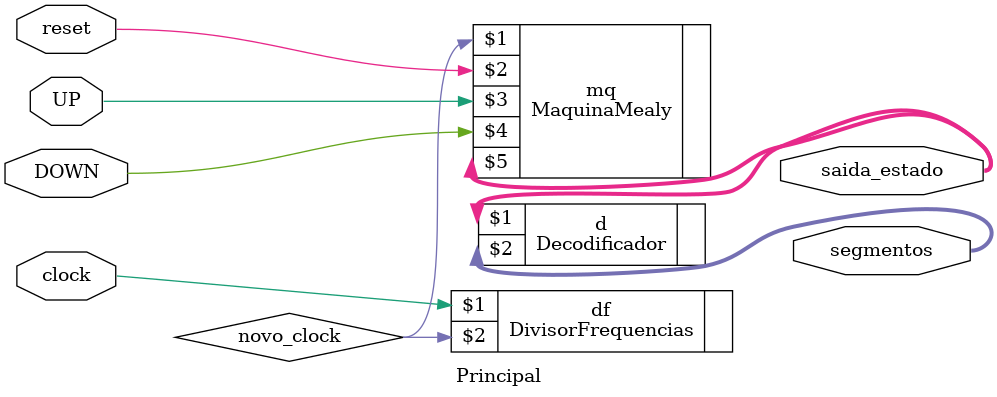
<source format=v>
module Principal(clock, reset, UP, DOWN, segmentos, saida_estado);
	input clock, reset, UP, DOWN;
	output wire [0:6] segmentos;
	output wire [0:3] saida_estado;
	wire novo_clock;

	DivisorFrequencias df(clock, novo_clock);	
	MaquinaMealy mq(novo_clock, reset, UP, DOWN, saida_estado);
	Decodificador d(saida_estado, segmentos);
		
endmodule

</source>
